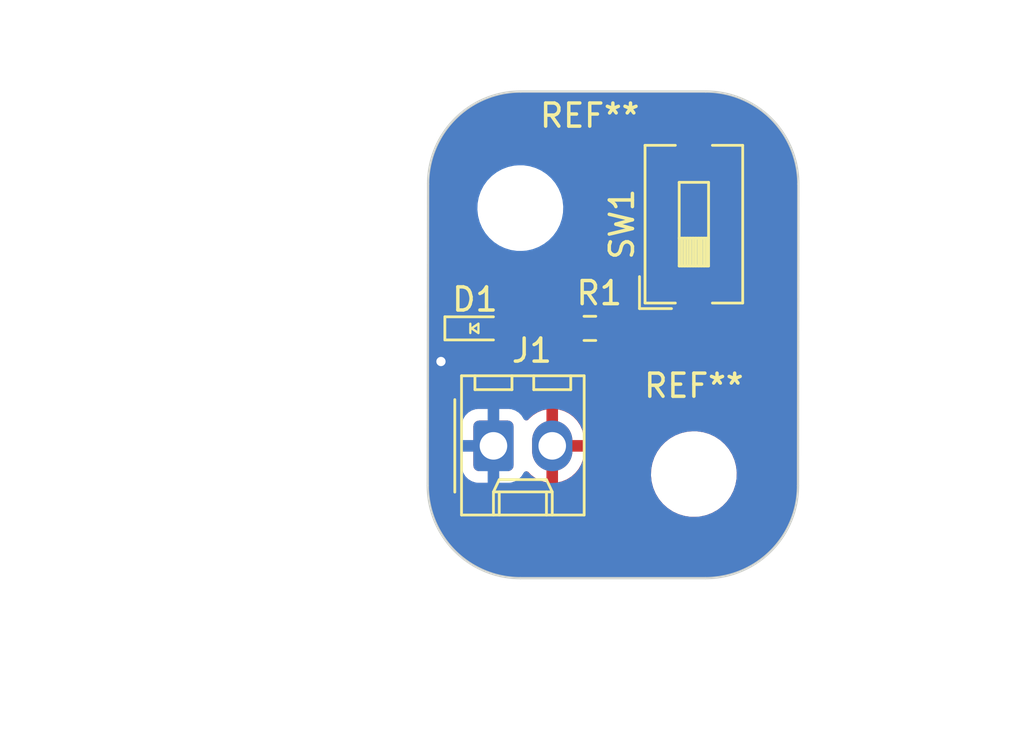
<source format=kicad_pcb>
(kicad_pcb (version 20221018) (generator pcbnew)
  (title_block (title "LED Project") (date "2022-08-16") (rev "0.0") (company "Illini Solar Car") (comment 1 "Designed By: Aidan Reilly"))
  (layers (0 "F.Cu" signal) (31 "B.Cu" signal) (34 "B.Paste" user) (35 "F.Paste" user) (36 "B.SilkS" user "B.Silkscreen") (37 "F.SilkS" user "F.Silkscreen") (38 "B.Mask" user) (39 "F.Mask" user) (44 "Edge.Cuts" user))
  (net 0 "")
  (net 1 "GND")
  (net 2 "Net-(D1-A)")
  (net 3 "Net-(R1-Pad1)")
  (net 4 "+3V3")
  (footprint "MountingHole:MountingHole_3.2mm_M3" (layer "F.Cu") (at 118 71)
    (fp_text reference "REF**" (at 3 -4) (layer "F.SilkS"))
    (fp_text value "MountingHole_3.2mm_M3")
    (pad "" np_thru_hole circle (at 0 0) (size 3.2 3.2) (drill 3.2) (layers "*.Cu" "*.Mask"))
  )
  (footprint "Connector_Molex:Molex_KK-254_AE-6410-02A_1x02_P2.54mm_Vertical" (layer "F.Cu") (at 116.84 81.28)
    (fp_text reference "J1" (at 1.66 -4.12) (layer "F.SilkS"))
    (fp_text value "Conn_01x02")
    (fp_line (start -1.67 -2) (end -1.67 2) (stroke (width 0.12)) (layer "F.SilkS"))
    (fp_line (start -1.38 -3.03) (end -1.38 2.99) (stroke (width 0.12)) (layer "F.SilkS"))
    (fp_line (start -1.38 2.99) (end 3.92 2.99) (stroke (width 0.12)) (layer "F.SilkS"))
    (fp_line (start -0.8 -3.03) (end -0.8 -2.43) (stroke (width 0.12)) (layer "F.SilkS"))
    (fp_line (start -0.8 -2.43) (end 0.8 -2.43) (stroke (width 0.12)) (layer "F.SilkS"))
    (fp_line (start 0 1.99) (end 0.25 1.46) (stroke (width 0.12)) (layer "F.SilkS"))
    (fp_line (start 0 1.99) (end 2.54 1.99) (stroke (width 0.12)) (layer "F.SilkS"))
    (fp_line (start 0 2.99) (end 0 1.99) (stroke (width 0.12)) (layer "F.SilkS"))
    (fp_line (start 0.25 1.46) (end 2.29 1.46) (stroke (width 0.12)) (layer "F.SilkS"))
    (fp_line (start 0.25 2.99) (end 0.25 1.99) (stroke (width 0.12)) (layer "F.SilkS"))
    (fp_line (start 0.8 -2.43) (end 0.8 -3.03) (stroke (width 0.12)) (layer "F.SilkS"))
    (fp_line (start 1.74 -3.03) (end 1.74 -2.43) (stroke (width 0.12)) (layer "F.SilkS"))
    (fp_line (start 1.74 -2.43) (end 3.34 -2.43) (stroke (width 0.12)) (layer "F.SilkS"))
    (fp_line (start 2.29 1.46) (end 2.54 1.99) (stroke (width 0.12)) (layer "F.SilkS"))
    (fp_line (start 2.29 2.99) (end 2.29 1.99) (stroke (width 0.12)) (layer "F.SilkS"))
    (fp_line (start 2.54 1.99) (end 2.54 2.99) (stroke (width 0.12)) (layer "F.SilkS"))
    (fp_line (start 3.34 -2.43) (end 3.34 -3.03) (stroke (width 0.12)) (layer "F.SilkS"))
    (fp_line (start 3.92 -3.03) (end -1.38 -3.03) (stroke (width 0.12)) (layer "F.SilkS"))
    (fp_line (start 3.92 2.99) (end 3.92 -3.03) (stroke (width 0.12)) (layer "F.SilkS"))
    (pad "1" thru_hole roundrect (at 0 0) (size 1.74 2.19) (drill 1.19) (layers "*.Cu" "*.Mask") (roundrect_rratio 0.143678) (net 1 "GND"))
    (pad "2" thru_hole oval (at 2.54 0) (size 1.74 2.19) (drill 1.19) (layers "*.Cu" "*.Mask") (net 4 "+3V3"))
  )
  (footprint "MountingHole:MountingHole_3.2mm_M3" (layer "F.Cu") (at 125.5 82.5)
    (fp_text reference "REF**" (at 0 -3.82) (layer "F.SilkS"))
    (fp_text value "MountingHole_3.2mm_M3")
    (pad "" np_thru_hole circle (at 0 0) (size 3.2 3.2) (drill 3.2) (layers "F&B.Cu" "*.Mask"))
  )
  (footprint "Button_Switch_SMD:SW_DIP_SPSTx01_Slide_6.7x4.1mm_W8.61mm_P2.54mm_LowProfile" (layer "F.Cu") (at 125.5 71.695 90)
    (fp_text reference "SW1" (at 0 -3.11 90) (layer "F.SilkS"))
    (fp_text value "SW_Push")
    (fp_line (start -3.65 -2.35) (end -3.65 -0.967) (stroke (width 0.12)) (layer "F.SilkS"))
    (fp_line (start -3.65 -2.35) (end -2.267 -2.35) (stroke (width 0.12)) (layer "F.SilkS"))
    (fp_line (start -3.41 -2.11) (end -3.41 -0.8) (stroke (width 0.12)) (layer "F.SilkS"))
    (fp_line (start -3.41 -2.11) (end 3.41 -2.11) (stroke (width 0.12)) (layer "F.SilkS"))
    (fp_line (start -3.41 0.8) (end -3.41 2.11) (stroke (width 0.12)) (layer "F.SilkS"))
    (fp_line (start -3.41 2.11) (end 3.41 2.11) (stroke (width 0.12)) (layer "F.SilkS"))
    (fp_line (start -1.81 -0.635) (end -1.81 0.635) (stroke (width 0.12)) (layer "F.SilkS"))
    (fp_line (start -1.81 -0.515) (end -0.603333 -0.515) (stroke (width 0.12)) (layer "F.SilkS"))
    (fp_line (start -1.81 -0.395) (end -0.603333 -0.395) (stroke (width 0.12)) (layer "F.SilkS"))
    (fp_line (start -1.81 -0.275) (end -0.603333 -0.275) (stroke (width 0.12)) (layer "F.SilkS"))
    (fp_line (start -1.81 -0.155) (end -0.603333 -0.155) (stroke (width 0.12)) (layer "F.SilkS"))
    (fp_line (start -1.81 -0.035) (end -0.603333 -0.035) (stroke (width 0.12)) (layer "F.SilkS"))
    (fp_line (start -1.81 0.085) (end -0.603333 0.085) (stroke (width 0.12)) (layer "F.SilkS"))
    (fp_line (start -1.81 0.205) (end -0.603333 0.205) (stroke (width 0.12)) (layer "F.SilkS"))
    (fp_line (start -1.81 0.325) (end -0.603333 0.325) (stroke (width 0.12)) (layer "F.SilkS"))
    (fp_line (start -1.81 0.445) (end -0.603333 0.445) (stroke (width 0.12)) (layer "F.SilkS"))
    (fp_line (start -1.81 0.565) (end -0.603333 0.565) (stroke (width 0.12)) (layer "F.SilkS"))
    (fp_line (start -1.81 0.635) (end 1.81 0.635) (stroke (width 0.12)) (layer "F.SilkS"))
    (fp_line (start -0.603333 -0.635) (end -0.603333 0.635) (stroke (width 0.12)) (layer "F.SilkS"))
    (fp_line (start 1.81 -0.635) (end -1.81 -0.635) (stroke (width 0.12)) (layer "F.SilkS"))
    (fp_line (start 1.81 0.635) (end 1.81 -0.635) (stroke (width 0.12)) (layer "F.SilkS"))
    (fp_line (start 3.41 -2.11) (end 3.41 -0.8) (stroke (width 0.12)) (layer "F.SilkS"))
    (fp_line (start 3.41 0.8) (end 3.41 2.11) (stroke (width 0.12)) (layer "F.SilkS"))
    (pad "1" smd rect (at -4.305 0 90) (size 2.44 1.12) (layers "F.Cu" "F.Paste" "F.Mask") (net 4 "+3V3"))
    (pad "2" smd rect (at 4.305 0 90) (size 2.44 1.12) (layers "F.Cu" "F.Paste" "F.Mask") (net 3 "Net-(R1-Pad1)"))
  )
  (footprint "layout:LED_0603_Symbol_on_F.SilkS" (layer "F.Cu") (at 116.04 76.2)
    (fp_text reference "D1" (at 0 -1.25) (layer "F.SilkS"))
    (fp_text value "LED_RED")
    (fp_line (start -1.3 -0.5) (end -1.3 0.5) (stroke (width 0.12)) (layer "F.SilkS"))
    (fp_line (start -1.3 -0.5) (end 0.8 -0.5) (stroke (width 0.12)) (layer "F.SilkS"))
    (fp_line (start -1.3 0.5) (end 0.8 0.5) (stroke (width 0.12)) (layer "F.SilkS"))
    (fp_line (start -0.2 -0.2) (end -0.2 0.2) (stroke (width 0.1)) (layer "F.SilkS"))
    (fp_line (start -0.15 0) (end 0.15 -0.2) (stroke (width 0.1)) (layer "F.SilkS"))
    (fp_line (start 0.15 -0.2) (end 0.15 0.2) (stroke (width 0.1)) (layer "F.SilkS"))
    (fp_line (start 0.15 0.2) (end -0.15 0) (stroke (width 0.1)) (layer "F.SilkS"))
    (pad "1" smd rect (at -0.8 0 180) (size 0.8 0.8) (layers "F.Cu" "F.Paste" "F.Mask") (net 1 "GND"))
    (pad "2" smd rect (at 0.8 0 180) (size 0.8 0.8) (layers "F.Cu" "F.Paste" "F.Mask") (net 2 "Net-(D1-A)"))
  )
  (footprint "Resistor_SMD:R_0603_1608Metric_Pad0.98x0.95mm_HandSolder" (layer "F.Cu") (at 121.0075 76.2 180)
    (fp_text reference "R1" (at -0.4045 1.524) (layer "F.SilkS"))
    (fp_text value "105")
    (fp_line (start -0.254724 -0.5225) (end 0.254724 -0.5225) (stroke (width 0.12)) (layer "F.SilkS"))
    (fp_line (start -0.254724 0.5225) (end 0.254724 0.5225) (stroke (width 0.12)) (layer "F.SilkS"))
    (pad "1" smd roundrect (at -0.9125 0 180) (size 0.975 0.95) (layers "F.Cu" "F.Paste" "F.Mask") (net 3 "Net-(R1-Pad1)"))
    (pad "2" smd roundrect (at 0.9125 0 180) (size 0.975 0.95) (layers "F.Cu" "F.Paste" "F.Mask") (net 2 "Net-(D1-A)"))
  )
  (gr_line (start 126 87) (end 118.001444 87) (stroke (width 0.1)) (layer "Edge.Cuts"))
  (gr_arc (start 126.013587 65.959128) (mid 128.842014 67.130701) (end 130.013587 69.959128) (stroke (width 0.1)) (layer "Edge.Cuts"))
  (gr_arc (start 118.001444 87) (mid 115.173017 85.828427) (end 114.001444 83) (stroke (width 0.1)) (layer "Edge.Cuts"))
  (gr_arc (start 114.015031 69.959128) (mid 115.186604 67.130701) (end 118.015031 65.959128) (stroke (width 0.1)) (layer "Edge.Cuts"))
  (gr_line (start 126.013587 65.959128) (end 118.015031 65.959128) (stroke (width 0.1)) (layer "Edge.Cuts"))
  (gr_line (start 130.013587 69.959128) (end 130 83) (stroke (width 0.1)) (layer "Edge.Cuts"))
  (gr_arc (start 130 83) (mid 128.828427 85.828427) (end 126 87) (stroke (width 0.1)) (layer "Edge.Cuts"))
  (gr_line (start 114.001444 83) (end 114.015031 69.959128) (stroke (width 0.1)) (layer "Edge.Cuts"))
  (segment (start 115.24 76.964171) (end 114.571755 77.632416) (width 0.25) (layer "F.Cu") (net 1))
  (segment (start 115.24 76.2) (end 115.24 76.964171) (width 0.25) (layer "F.Cu") (net 1))
  (via (at 114.571755 77.632416) (size 0.8) (drill 0.4) (layers "F.Cu" "B.Cu") (net 1))
  (segment (start 116.84 76.2) (end 120.095 76.2) (width 0.25) (layer "F.Cu") (net 2))
  (segment (start 125.5 67.39) (end 123.11 67.39) (width 0.25) (layer "F.Cu") (net 3))
  (segment (start 122.428 75.692) (end 121.92 76.2) (width 0.25) (layer "F.Cu") (net 3))
  (segment (start 123.11 67.39) (end 122.428 68.072) (width 0.25) (layer "F.Cu") (net 3))
  (segment (start 122.428 68.072) (end 122.428 75.692) (width 0.25) (layer "F.Cu") (net 3))
  (zone (net 4) (net_name "+3V3") (layer "F.Cu") (connect_pads (clearance 0.508)) (min_thickness 0.25) (fill yes (thermal_gap 0.5) (thermal_bridge_width 0.5))
    (polygon (pts (xy 114 87) (xy 114 66) (xy 130 66) (xy 130 87)))
  )
  (zone (net 1) (net_name "GND") (layer "B.Cu") (priority 1) (connect_pads (clearance 0.508)) (min_thickness 0.25) (fill yes (thermal_gap 0.5) (thermal_bridge_width 0.5))
    (polygon (pts (xy 114 66) (xy 130 66) (xy 130 87) (xy 114 87)))
  )
)
</source>
